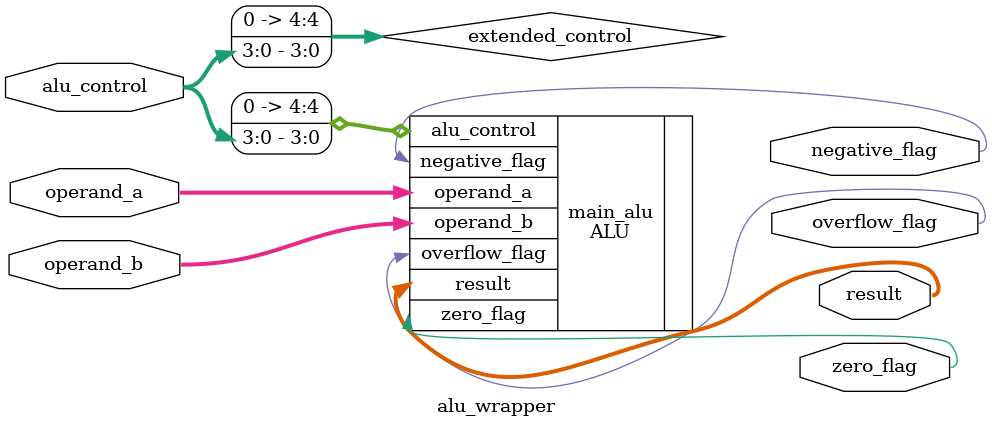
<source format=v>
module alu_wrapper (
    input [31:0] operand_a,
    input [31:0] operand_b,
    input [3:0] alu_control,
    output [31:0] result,
    output zero_flag,
    output negative_flag,
    output overflow_flag
);

    // Map 4-bit control to 5-bit for your existing ALU
    wire [4:0] extended_control = {1'b0, alu_control};
    
    // Instantiate your existing ALU
    ALU main_alu (
        .operand_a(operand_a),
        .operand_b(operand_b),
        .alu_control(extended_control),
        .result(result),
        .zero_flag(zero_flag),
        .negative_flag(negative_flag),
        .overflow_flag(overflow_flag)
    );

endmodule
</source>
